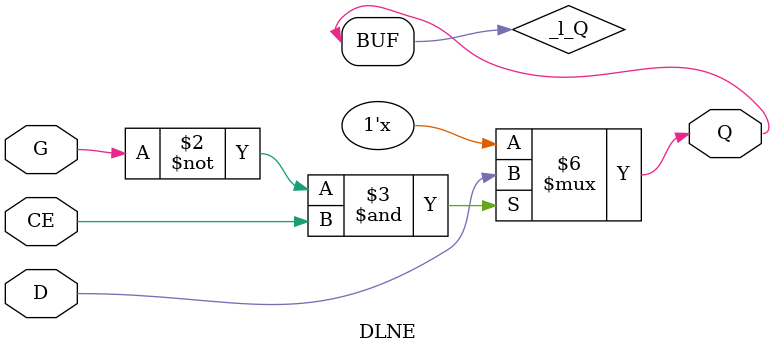
<source format=v>
`ifdef verilator3
`else
`timescale 1 ps / 1 ps
`endif

module DLNE
#(
    parameter INIT = 1'b0
)
(
    input  G,
    input  CE,
    input  D,
    output Q
);

    reg _l_Q;

    initial begin
        _l_Q = INIT;
    end

    always @(G or CE or D) begin
    
        if (~G & CE) begin
	        _l_Q = D;
        end
    end

    assign Q = _l_Q;

endmodule

</source>
